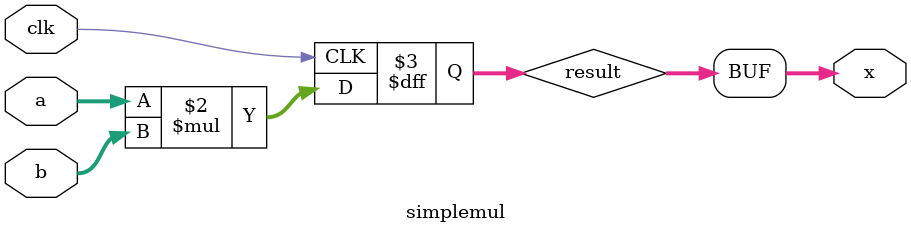
<source format=v>
module simplemul(
    input [31:0] a,
    input [31:0] b,
    output [31:0] x,
    input clk
);

reg [31:0] result;
assign x = result;

always @(posedge clk)
begin
    result <= a * b;
end

endmodule
</source>
